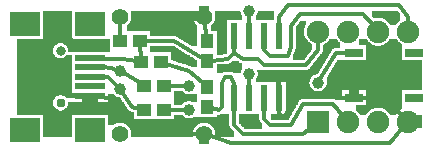
<source format=gtl>
G04 MADE WITH FRITZING*
G04 WWW.FRITZING.ORG*
G04 DOUBLE SIDED*
G04 HOLES PLATED*
G04 CONTOUR ON CENTER OF CONTOUR VECTOR*
%ASAXBY*%
%FSLAX23Y23*%
%MOIN*%
%OFA0B0*%
%SFA1.0B1.0*%
%ADD10C,0.075000*%
%ADD11C,0.039370*%
%ADD12C,0.055433*%
%ADD13C,0.031496*%
%ADD14C,0.031000*%
%ADD15R,0.043307X0.047244*%
%ADD16R,0.060000X0.030000*%
%ADD17R,0.075000X0.075000*%
%ADD18R,0.047244X0.043307*%
%ADD19R,0.098425X0.019685*%
%ADD20R,0.098425X0.078740*%
%ADD21R,0.024000X0.087000*%
%ADD22C,0.012000*%
%LNCOPPER1*%
G90*
G70*
G54D10*
X105Y241D03*
X1266Y272D03*
G54D11*
X614Y211D03*
X814Y251D03*
X814Y461D03*
X1044Y221D03*
X614Y131D03*
X384Y261D03*
X384Y201D03*
G54D10*
X1044Y91D03*
X1044Y391D03*
X1144Y91D03*
X1144Y391D03*
X1244Y91D03*
X1244Y391D03*
X1344Y91D03*
X1344Y391D03*
G54D12*
X384Y51D03*
X664Y51D03*
X384Y51D03*
X664Y51D03*
X384Y441D03*
X664Y441D03*
X384Y441D03*
X664Y441D03*
G54D13*
X186Y327D03*
G54D14*
X186Y154D03*
G54D13*
X186Y327D03*
G54D14*
X186Y154D03*
G54D15*
X674Y361D03*
X674Y294D03*
G54D16*
X1164Y321D03*
X1364Y321D03*
X1164Y171D03*
X1364Y171D03*
G54D17*
X1044Y91D03*
G54D15*
X674Y141D03*
X674Y208D03*
G54D18*
X464Y131D03*
X531Y131D03*
X464Y211D03*
X531Y211D03*
X454Y291D03*
X521Y291D03*
X384Y361D03*
X451Y361D03*
G54D19*
X284Y241D03*
X284Y272D03*
X284Y178D03*
X284Y209D03*
G54D20*
X68Y64D03*
X68Y418D03*
X284Y64D03*
X284Y418D03*
G54D19*
X284Y304D03*
G54D21*
X764Y171D03*
X814Y171D03*
X864Y171D03*
X914Y171D03*
X914Y377D03*
X864Y377D03*
X814Y377D03*
X764Y377D03*
G54D22*
X564Y361D02*
X469Y361D01*
D02*
X658Y304D02*
X564Y361D01*
D02*
X667Y418D02*
X672Y379D01*
D02*
X724Y221D02*
X724Y141D01*
D02*
X744Y301D02*
X690Y295D01*
D02*
X764Y321D02*
X744Y301D01*
D02*
X764Y339D02*
X764Y321D01*
D02*
X754Y241D02*
X734Y241D01*
D02*
X734Y241D02*
X724Y221D01*
D02*
X724Y141D02*
X714Y131D01*
D02*
X714Y131D02*
X690Y137D01*
D02*
X763Y216D02*
X754Y241D01*
D02*
X763Y209D02*
X763Y216D01*
D02*
X614Y261D02*
X539Y285D01*
D02*
X452Y345D02*
X454Y307D01*
D02*
X658Y222D02*
X614Y261D01*
D02*
X884Y81D02*
X864Y101D01*
D02*
X995Y51D02*
X1026Y76D01*
D02*
X794Y51D02*
X995Y51D01*
D02*
X1094Y150D02*
X994Y150D01*
D02*
X994Y150D02*
X954Y81D01*
D02*
X954Y81D02*
X884Y81D01*
D02*
X764Y131D02*
X764Y81D01*
D02*
X764Y81D02*
X794Y51D01*
D02*
X1129Y109D02*
X1094Y150D01*
D02*
X864Y101D02*
X864Y133D01*
D02*
X764Y133D02*
X764Y131D01*
D02*
X914Y121D02*
X914Y133D01*
D02*
X974Y181D02*
X934Y111D01*
D02*
X934Y111D02*
X924Y111D01*
D02*
X924Y111D02*
X914Y121D01*
D02*
X1094Y181D02*
X974Y181D01*
D02*
X1124Y171D02*
X1094Y181D01*
D02*
X1285Y21D02*
X1329Y73D01*
D02*
X754Y21D02*
X1285Y21D01*
D02*
X686Y43D02*
X754Y21D01*
D02*
X1140Y171D02*
X1124Y171D01*
D02*
X535Y210D02*
X601Y211D01*
D02*
X814Y209D02*
X814Y237D01*
D02*
X531Y211D02*
X535Y210D01*
D02*
X1189Y171D02*
X1274Y171D01*
D02*
X1274Y171D02*
X1329Y108D01*
D02*
X884Y311D02*
X865Y330D01*
D02*
X954Y341D02*
X944Y311D01*
D02*
X944Y311D02*
X884Y311D01*
D02*
X954Y411D02*
X954Y341D01*
D02*
X984Y451D02*
X954Y411D01*
D02*
X1195Y451D02*
X984Y451D01*
D02*
X915Y441D02*
X914Y415D01*
D02*
X1344Y441D02*
X1314Y481D01*
D02*
X1314Y481D02*
X944Y481D01*
D02*
X1344Y414D02*
X1344Y441D01*
D02*
X944Y481D02*
X915Y441D01*
D02*
X1230Y409D02*
X1195Y451D01*
D02*
X864Y330D02*
X864Y339D01*
D02*
X1044Y331D02*
X1005Y280D01*
D02*
X794Y301D02*
X764Y321D01*
D02*
X864Y280D02*
X844Y301D01*
D02*
X844Y301D02*
X794Y301D01*
D02*
X1005Y280D02*
X865Y280D01*
D02*
X1044Y368D02*
X1044Y331D01*
D02*
X764Y321D02*
X764Y339D01*
D02*
X384Y377D02*
X384Y418D01*
D02*
X535Y130D02*
X531Y131D01*
D02*
X601Y131D02*
X535Y130D01*
D02*
X1104Y321D02*
X1051Y232D01*
D02*
X1140Y321D02*
X1104Y321D01*
D02*
X814Y447D02*
X814Y415D01*
D02*
X275Y301D02*
X284Y304D01*
D02*
X394Y301D02*
X275Y301D01*
D02*
X436Y294D02*
X394Y301D01*
D02*
X446Y222D02*
X396Y254D01*
D02*
X354Y271D02*
X372Y265D01*
D02*
X328Y272D02*
X354Y271D01*
D02*
X344Y240D02*
X375Y210D01*
D02*
X328Y240D02*
X344Y240D01*
D02*
X446Y135D02*
X424Y141D01*
D02*
X424Y141D02*
X392Y190D01*
D02*
X455Y51D02*
X344Y170D01*
D02*
X344Y170D02*
X319Y174D01*
D02*
X641Y51D02*
X455Y51D01*
G36*
X126Y460D02*
X126Y368D01*
X40Y368D01*
X40Y354D01*
X186Y354D01*
X186Y352D01*
X194Y352D01*
X194Y350D01*
X198Y350D01*
X198Y348D01*
X202Y348D01*
X202Y346D01*
X204Y346D01*
X204Y344D01*
X206Y344D01*
X206Y340D01*
X208Y340D01*
X208Y338D01*
X210Y338D01*
X210Y332D01*
X212Y332D01*
X212Y324D01*
X350Y324D01*
X350Y368D01*
X226Y368D01*
X226Y370D01*
X224Y370D01*
X224Y460D01*
X126Y460D01*
G37*
D02*
G36*
X40Y354D02*
X40Y302D01*
X178Y302D01*
X178Y304D01*
X174Y304D01*
X174Y306D01*
X172Y306D01*
X172Y308D01*
X168Y308D01*
X168Y310D01*
X166Y310D01*
X166Y314D01*
X164Y314D01*
X164Y316D01*
X162Y316D01*
X162Y322D01*
X160Y322D01*
X160Y334D01*
X162Y334D01*
X162Y338D01*
X164Y338D01*
X164Y342D01*
X166Y342D01*
X166Y344D01*
X168Y344D01*
X168Y346D01*
X170Y346D01*
X170Y348D01*
X174Y348D01*
X174Y350D01*
X176Y350D01*
X176Y352D01*
X184Y352D01*
X184Y354D01*
X40Y354D01*
G37*
D02*
G36*
X204Y312D02*
X204Y310D01*
X202Y310D01*
X202Y308D01*
X200Y308D01*
X200Y306D01*
X198Y306D01*
X198Y304D01*
X194Y304D01*
X194Y302D01*
X224Y302D01*
X224Y312D01*
X204Y312D01*
G37*
D02*
G36*
X40Y302D02*
X40Y300D01*
X224Y300D01*
X224Y302D01*
X40Y302D01*
G37*
D02*
G36*
X40Y302D02*
X40Y300D01*
X224Y300D01*
X224Y302D01*
X40Y302D01*
G37*
D02*
G36*
X40Y300D02*
X40Y180D01*
X190Y180D01*
X190Y178D01*
X196Y178D01*
X196Y176D01*
X200Y176D01*
X200Y174D01*
X202Y174D01*
X202Y172D01*
X204Y172D01*
X204Y170D01*
X224Y170D01*
X224Y300D01*
X40Y300D01*
G37*
D02*
G36*
X344Y182D02*
X344Y158D01*
X210Y158D01*
X210Y156D01*
X212Y156D01*
X212Y152D01*
X210Y152D01*
X210Y144D01*
X208Y144D01*
X208Y142D01*
X206Y142D01*
X206Y138D01*
X204Y138D01*
X204Y136D01*
X202Y136D01*
X202Y134D01*
X198Y134D01*
X198Y132D01*
X196Y132D01*
X196Y130D01*
X190Y130D01*
X190Y128D01*
X414Y128D01*
X414Y130D01*
X412Y130D01*
X412Y132D01*
X410Y132D01*
X410Y134D01*
X408Y134D01*
X408Y138D01*
X406Y138D01*
X406Y140D01*
X404Y140D01*
X404Y144D01*
X402Y144D01*
X402Y146D01*
X400Y146D01*
X400Y150D01*
X398Y150D01*
X398Y152D01*
X396Y152D01*
X396Y156D01*
X394Y156D01*
X394Y158D01*
X392Y158D01*
X392Y162D01*
X390Y162D01*
X390Y164D01*
X388Y164D01*
X388Y168D01*
X386Y168D01*
X386Y170D01*
X384Y170D01*
X384Y172D01*
X376Y172D01*
X376Y174D01*
X372Y174D01*
X372Y176D01*
X368Y176D01*
X368Y178D01*
X366Y178D01*
X366Y180D01*
X364Y180D01*
X364Y182D01*
X344Y182D01*
G37*
D02*
G36*
X40Y180D02*
X40Y128D01*
X182Y128D01*
X182Y130D01*
X176Y130D01*
X176Y132D01*
X172Y132D01*
X172Y134D01*
X170Y134D01*
X170Y136D01*
X168Y136D01*
X168Y138D01*
X166Y138D01*
X166Y140D01*
X164Y140D01*
X164Y144D01*
X162Y144D01*
X162Y148D01*
X160Y148D01*
X160Y160D01*
X162Y160D01*
X162Y164D01*
X164Y164D01*
X164Y168D01*
X166Y168D01*
X166Y170D01*
X168Y170D01*
X168Y172D01*
X170Y172D01*
X170Y174D01*
X172Y174D01*
X172Y176D01*
X176Y176D01*
X176Y178D01*
X182Y178D01*
X182Y180D01*
X40Y180D01*
G37*
D02*
G36*
X40Y128D02*
X40Y126D01*
X416Y126D01*
X416Y128D01*
X40Y128D01*
G37*
D02*
G36*
X40Y128D02*
X40Y126D01*
X416Y126D01*
X416Y128D01*
X40Y128D01*
G37*
D02*
G36*
X40Y126D02*
X40Y112D01*
X344Y112D01*
X344Y100D01*
X430Y100D01*
X430Y122D01*
X428Y122D01*
X428Y124D01*
X420Y124D01*
X420Y126D01*
X40Y126D01*
G37*
D02*
G36*
X722Y118D02*
X722Y116D01*
X718Y116D01*
X718Y114D01*
X706Y114D01*
X706Y108D01*
X630Y108D01*
X630Y106D01*
X628Y106D01*
X628Y104D01*
X624Y104D01*
X624Y102D01*
X748Y102D01*
X748Y118D01*
X722Y118D01*
G37*
D02*
G36*
X564Y114D02*
X564Y102D01*
X606Y102D01*
X606Y104D01*
X602Y104D01*
X602Y106D01*
X598Y106D01*
X598Y108D01*
X596Y108D01*
X596Y110D01*
X594Y110D01*
X594Y112D01*
X592Y112D01*
X592Y114D01*
X564Y114D01*
G37*
D02*
G36*
X126Y112D02*
X126Y40D01*
X224Y40D01*
X224Y112D01*
X126Y112D01*
G37*
D02*
G36*
X564Y102D02*
X564Y100D01*
X748Y100D01*
X748Y102D01*
X564Y102D01*
G37*
D02*
G36*
X564Y102D02*
X564Y100D01*
X748Y100D01*
X748Y102D01*
X564Y102D01*
G37*
D02*
G36*
X344Y100D02*
X344Y98D01*
X748Y98D01*
X748Y100D01*
X344Y100D01*
G37*
D02*
G36*
X344Y100D02*
X344Y98D01*
X748Y98D01*
X748Y100D01*
X344Y100D01*
G37*
D02*
G36*
X344Y98D02*
X344Y88D01*
X672Y88D01*
X672Y86D01*
X678Y86D01*
X678Y84D01*
X682Y84D01*
X682Y82D01*
X684Y82D01*
X684Y80D01*
X688Y80D01*
X688Y78D01*
X690Y78D01*
X690Y76D01*
X692Y76D01*
X692Y74D01*
X694Y74D01*
X694Y70D01*
X696Y70D01*
X696Y68D01*
X698Y68D01*
X698Y64D01*
X700Y64D01*
X700Y58D01*
X702Y58D01*
X702Y40D01*
X764Y40D01*
X764Y60D01*
X762Y60D01*
X762Y62D01*
X760Y62D01*
X760Y64D01*
X758Y64D01*
X758Y66D01*
X756Y66D01*
X756Y68D01*
X754Y68D01*
X754Y70D01*
X752Y70D01*
X752Y72D01*
X750Y72D01*
X750Y76D01*
X748Y76D01*
X748Y98D01*
X344Y98D01*
G37*
D02*
G36*
X344Y88D02*
X344Y80D01*
X364Y80D01*
X364Y82D01*
X366Y82D01*
X366Y84D01*
X370Y84D01*
X370Y86D01*
X376Y86D01*
X376Y88D01*
X344Y88D01*
G37*
D02*
G36*
X392Y88D02*
X392Y86D01*
X398Y86D01*
X398Y84D01*
X402Y84D01*
X402Y82D01*
X404Y82D01*
X404Y80D01*
X408Y80D01*
X408Y78D01*
X410Y78D01*
X410Y76D01*
X412Y76D01*
X412Y74D01*
X414Y74D01*
X414Y70D01*
X416Y70D01*
X416Y68D01*
X418Y68D01*
X418Y64D01*
X420Y64D01*
X420Y58D01*
X422Y58D01*
X422Y40D01*
X626Y40D01*
X626Y54D01*
X628Y54D01*
X628Y62D01*
X630Y62D01*
X630Y66D01*
X632Y66D01*
X632Y70D01*
X634Y70D01*
X634Y72D01*
X636Y72D01*
X636Y76D01*
X638Y76D01*
X638Y78D01*
X642Y78D01*
X642Y80D01*
X644Y80D01*
X644Y82D01*
X646Y82D01*
X646Y84D01*
X650Y84D01*
X650Y86D01*
X656Y86D01*
X656Y88D01*
X392Y88D01*
G37*
D02*
G36*
X422Y460D02*
X422Y434D01*
X420Y434D01*
X420Y428D01*
X418Y428D01*
X418Y424D01*
X416Y424D01*
X416Y420D01*
X414Y420D01*
X414Y418D01*
X412Y418D01*
X412Y416D01*
X410Y416D01*
X410Y414D01*
X408Y414D01*
X408Y412D01*
X406Y412D01*
X406Y392D01*
X484Y392D01*
X484Y378D01*
X564Y378D01*
X564Y376D01*
X572Y376D01*
X572Y374D01*
X574Y374D01*
X574Y372D01*
X578Y372D01*
X578Y370D01*
X582Y370D01*
X582Y368D01*
X584Y368D01*
X584Y366D01*
X588Y366D01*
X588Y364D01*
X592Y364D01*
X592Y362D01*
X594Y362D01*
X594Y360D01*
X598Y360D01*
X598Y358D01*
X602Y358D01*
X602Y356D01*
X604Y356D01*
X604Y354D01*
X608Y354D01*
X608Y352D01*
X612Y352D01*
X612Y350D01*
X614Y350D01*
X614Y348D01*
X618Y348D01*
X618Y346D01*
X620Y346D01*
X620Y344D01*
X642Y344D01*
X642Y412D01*
X640Y412D01*
X640Y414D01*
X638Y414D01*
X638Y416D01*
X636Y416D01*
X636Y418D01*
X634Y418D01*
X634Y422D01*
X632Y422D01*
X632Y424D01*
X630Y424D01*
X630Y430D01*
X628Y430D01*
X628Y436D01*
X626Y436D01*
X626Y460D01*
X422Y460D01*
G37*
D02*
G36*
X484Y378D02*
X484Y376D01*
X540Y376D01*
X540Y378D01*
X484Y378D01*
G37*
D02*
G36*
X702Y460D02*
X702Y434D01*
X700Y434D01*
X700Y428D01*
X698Y428D01*
X698Y424D01*
X696Y424D01*
X696Y420D01*
X694Y420D01*
X694Y418D01*
X692Y418D01*
X692Y416D01*
X690Y416D01*
X690Y414D01*
X688Y414D01*
X688Y394D01*
X706Y394D01*
X706Y314D01*
X726Y314D01*
X726Y316D01*
X738Y316D01*
X738Y318D01*
X740Y318D01*
X740Y320D01*
X742Y320D01*
X742Y430D01*
X792Y430D01*
X792Y444D01*
X790Y444D01*
X790Y448D01*
X788Y448D01*
X788Y450D01*
X786Y450D01*
X786Y456D01*
X784Y456D01*
X784Y460D01*
X702Y460D01*
G37*
D02*
G36*
X844Y460D02*
X844Y454D01*
X842Y454D01*
X842Y450D01*
X840Y450D01*
X840Y446D01*
X838Y446D01*
X838Y444D01*
X836Y444D01*
X836Y430D01*
X898Y430D01*
X898Y460D01*
X844Y460D01*
G37*
D02*
G36*
X1224Y460D02*
X1224Y440D01*
X1226Y440D01*
X1226Y438D01*
X1254Y438D01*
X1254Y436D01*
X1260Y436D01*
X1260Y434D01*
X1264Y434D01*
X1264Y432D01*
X1266Y432D01*
X1266Y430D01*
X1270Y430D01*
X1270Y428D01*
X1272Y428D01*
X1272Y426D01*
X1274Y426D01*
X1274Y424D01*
X1276Y424D01*
X1276Y422D01*
X1278Y422D01*
X1278Y420D01*
X1280Y420D01*
X1280Y418D01*
X1282Y418D01*
X1282Y416D01*
X1284Y416D01*
X1284Y412D01*
X1304Y412D01*
X1304Y416D01*
X1306Y416D01*
X1306Y418D01*
X1308Y418D01*
X1308Y420D01*
X1310Y420D01*
X1310Y422D01*
X1312Y422D01*
X1312Y424D01*
X1314Y424D01*
X1314Y426D01*
X1316Y426D01*
X1316Y428D01*
X1318Y428D01*
X1318Y450D01*
X1316Y450D01*
X1316Y452D01*
X1314Y452D01*
X1314Y456D01*
X1312Y456D01*
X1312Y458D01*
X1310Y458D01*
X1310Y460D01*
X1224Y460D01*
G37*
D02*
G36*
X984Y426D02*
X984Y422D01*
X982Y422D01*
X982Y420D01*
X980Y420D01*
X980Y418D01*
X978Y418D01*
X978Y414D01*
X976Y414D01*
X976Y412D01*
X974Y412D01*
X974Y410D01*
X972Y410D01*
X972Y406D01*
X970Y406D01*
X970Y334D01*
X968Y334D01*
X968Y328D01*
X966Y328D01*
X966Y322D01*
X964Y322D01*
X964Y316D01*
X962Y316D01*
X962Y296D01*
X998Y296D01*
X998Y298D01*
X1000Y298D01*
X1000Y302D01*
X1002Y302D01*
X1002Y304D01*
X1004Y304D01*
X1004Y306D01*
X1006Y306D01*
X1006Y310D01*
X1008Y310D01*
X1008Y312D01*
X1010Y312D01*
X1010Y314D01*
X1012Y314D01*
X1012Y316D01*
X1014Y316D01*
X1014Y320D01*
X1016Y320D01*
X1016Y322D01*
X1018Y322D01*
X1018Y324D01*
X1020Y324D01*
X1020Y328D01*
X1022Y328D01*
X1022Y330D01*
X1024Y330D01*
X1024Y350D01*
X1020Y350D01*
X1020Y352D01*
X1018Y352D01*
X1018Y354D01*
X1016Y354D01*
X1016Y356D01*
X1014Y356D01*
X1014Y358D01*
X1010Y358D01*
X1010Y362D01*
X1008Y362D01*
X1008Y364D01*
X1006Y364D01*
X1006Y366D01*
X1004Y366D01*
X1004Y370D01*
X1002Y370D01*
X1002Y374D01*
X1000Y374D01*
X1000Y378D01*
X998Y378D01*
X998Y386D01*
X996Y386D01*
X996Y396D01*
X998Y396D01*
X998Y402D01*
X1000Y402D01*
X1000Y408D01*
X1002Y408D01*
X1002Y412D01*
X1004Y412D01*
X1004Y426D01*
X984Y426D01*
G37*
D02*
G36*
X1084Y368D02*
X1084Y366D01*
X1082Y366D01*
X1082Y364D01*
X1080Y364D01*
X1080Y360D01*
X1078Y360D01*
X1078Y358D01*
X1076Y358D01*
X1076Y356D01*
X1074Y356D01*
X1074Y354D01*
X1070Y354D01*
X1070Y352D01*
X1068Y352D01*
X1068Y350D01*
X1064Y350D01*
X1064Y348D01*
X1060Y348D01*
X1060Y324D01*
X1058Y324D01*
X1058Y322D01*
X1056Y322D01*
X1056Y318D01*
X1054Y318D01*
X1054Y316D01*
X1052Y316D01*
X1052Y314D01*
X1050Y314D01*
X1050Y310D01*
X1048Y310D01*
X1048Y308D01*
X1046Y308D01*
X1046Y306D01*
X1044Y306D01*
X1044Y304D01*
X1042Y304D01*
X1042Y300D01*
X1040Y300D01*
X1040Y298D01*
X1038Y298D01*
X1038Y296D01*
X1036Y296D01*
X1036Y292D01*
X1034Y292D01*
X1034Y290D01*
X1032Y290D01*
X1032Y288D01*
X1030Y288D01*
X1030Y286D01*
X1028Y286D01*
X1028Y282D01*
X1026Y282D01*
X1026Y280D01*
X1024Y280D01*
X1024Y278D01*
X1022Y278D01*
X1022Y276D01*
X1020Y276D01*
X1020Y272D01*
X1018Y272D01*
X1018Y270D01*
X1016Y270D01*
X1016Y268D01*
X1014Y268D01*
X1014Y266D01*
X1010Y266D01*
X1010Y264D01*
X842Y264D01*
X842Y256D01*
X844Y256D01*
X844Y244D01*
X842Y244D01*
X842Y240D01*
X840Y240D01*
X840Y236D01*
X838Y236D01*
X838Y234D01*
X836Y234D01*
X836Y224D01*
X936Y224D01*
X936Y192D01*
X1036Y192D01*
X1036Y194D01*
X1032Y194D01*
X1032Y196D01*
X1028Y196D01*
X1028Y198D01*
X1026Y198D01*
X1026Y200D01*
X1024Y200D01*
X1024Y202D01*
X1022Y202D01*
X1022Y204D01*
X1020Y204D01*
X1020Y208D01*
X1018Y208D01*
X1018Y210D01*
X1016Y210D01*
X1016Y216D01*
X1014Y216D01*
X1014Y224D01*
X1016Y224D01*
X1016Y230D01*
X1018Y230D01*
X1018Y234D01*
X1020Y234D01*
X1020Y238D01*
X1022Y238D01*
X1022Y240D01*
X1024Y240D01*
X1024Y242D01*
X1026Y242D01*
X1026Y244D01*
X1028Y244D01*
X1028Y246D01*
X1032Y246D01*
X1032Y248D01*
X1036Y248D01*
X1036Y250D01*
X1044Y250D01*
X1044Y254D01*
X1046Y254D01*
X1046Y256D01*
X1048Y256D01*
X1048Y260D01*
X1050Y260D01*
X1050Y264D01*
X1052Y264D01*
X1052Y266D01*
X1054Y266D01*
X1054Y270D01*
X1056Y270D01*
X1056Y274D01*
X1058Y274D01*
X1058Y276D01*
X1060Y276D01*
X1060Y280D01*
X1062Y280D01*
X1062Y284D01*
X1064Y284D01*
X1064Y286D01*
X1066Y286D01*
X1066Y290D01*
X1068Y290D01*
X1068Y294D01*
X1070Y294D01*
X1070Y296D01*
X1072Y296D01*
X1072Y300D01*
X1074Y300D01*
X1074Y304D01*
X1076Y304D01*
X1076Y306D01*
X1078Y306D01*
X1078Y310D01*
X1080Y310D01*
X1080Y314D01*
X1082Y314D01*
X1082Y316D01*
X1084Y316D01*
X1084Y320D01*
X1086Y320D01*
X1086Y324D01*
X1088Y324D01*
X1088Y326D01*
X1090Y326D01*
X1090Y330D01*
X1092Y330D01*
X1092Y332D01*
X1094Y332D01*
X1094Y334D01*
X1098Y334D01*
X1098Y336D01*
X1116Y336D01*
X1116Y356D01*
X1114Y356D01*
X1114Y358D01*
X1110Y358D01*
X1110Y362D01*
X1108Y362D01*
X1108Y364D01*
X1106Y364D01*
X1106Y366D01*
X1104Y366D01*
X1104Y368D01*
X1084Y368D01*
G37*
D02*
G36*
X1184Y368D02*
X1184Y366D01*
X1182Y366D01*
X1182Y346D01*
X1204Y346D01*
X1204Y344D01*
X1234Y344D01*
X1234Y346D01*
X1228Y346D01*
X1228Y348D01*
X1224Y348D01*
X1224Y350D01*
X1220Y350D01*
X1220Y352D01*
X1218Y352D01*
X1218Y354D01*
X1216Y354D01*
X1216Y356D01*
X1214Y356D01*
X1214Y358D01*
X1210Y358D01*
X1210Y362D01*
X1208Y362D01*
X1208Y364D01*
X1206Y364D01*
X1206Y366D01*
X1204Y366D01*
X1204Y368D01*
X1184Y368D01*
G37*
D02*
G36*
X1284Y368D02*
X1284Y366D01*
X1282Y366D01*
X1282Y364D01*
X1280Y364D01*
X1280Y360D01*
X1278Y360D01*
X1278Y358D01*
X1276Y358D01*
X1276Y356D01*
X1274Y356D01*
X1274Y354D01*
X1270Y354D01*
X1270Y352D01*
X1268Y352D01*
X1268Y350D01*
X1264Y350D01*
X1264Y348D01*
X1260Y348D01*
X1260Y346D01*
X1254Y346D01*
X1254Y344D01*
X1324Y344D01*
X1324Y350D01*
X1320Y350D01*
X1320Y352D01*
X1318Y352D01*
X1318Y354D01*
X1316Y354D01*
X1316Y356D01*
X1314Y356D01*
X1314Y358D01*
X1310Y358D01*
X1310Y362D01*
X1308Y362D01*
X1308Y364D01*
X1306Y364D01*
X1306Y366D01*
X1304Y366D01*
X1304Y368D01*
X1284Y368D01*
G37*
D02*
G36*
X1204Y344D02*
X1204Y342D01*
X1324Y342D01*
X1324Y344D01*
X1204Y344D01*
G37*
D02*
G36*
X1204Y344D02*
X1204Y342D01*
X1324Y342D01*
X1324Y344D01*
X1204Y344D01*
G37*
D02*
G36*
X1204Y342D02*
X1204Y296D01*
X1108Y296D01*
X1108Y294D01*
X1106Y294D01*
X1106Y290D01*
X1104Y290D01*
X1104Y288D01*
X1102Y288D01*
X1102Y284D01*
X1100Y284D01*
X1100Y280D01*
X1098Y280D01*
X1098Y278D01*
X1096Y278D01*
X1096Y274D01*
X1094Y274D01*
X1094Y270D01*
X1092Y270D01*
X1092Y268D01*
X1090Y268D01*
X1090Y264D01*
X1088Y264D01*
X1088Y260D01*
X1086Y260D01*
X1086Y258D01*
X1084Y258D01*
X1084Y254D01*
X1082Y254D01*
X1082Y250D01*
X1080Y250D01*
X1080Y248D01*
X1078Y248D01*
X1078Y244D01*
X1076Y244D01*
X1076Y240D01*
X1074Y240D01*
X1074Y214D01*
X1072Y214D01*
X1072Y210D01*
X1070Y210D01*
X1070Y206D01*
X1068Y206D01*
X1068Y204D01*
X1066Y204D01*
X1066Y202D01*
X1064Y202D01*
X1064Y200D01*
X1062Y200D01*
X1062Y198D01*
X1060Y198D01*
X1060Y196D01*
X1204Y196D01*
X1204Y146D01*
X1172Y146D01*
X1172Y138D01*
X1254Y138D01*
X1254Y136D01*
X1260Y136D01*
X1260Y134D01*
X1264Y134D01*
X1264Y132D01*
X1266Y132D01*
X1266Y130D01*
X1270Y130D01*
X1270Y128D01*
X1272Y128D01*
X1272Y126D01*
X1274Y126D01*
X1274Y124D01*
X1276Y124D01*
X1276Y122D01*
X1278Y122D01*
X1278Y120D01*
X1280Y120D01*
X1280Y118D01*
X1282Y118D01*
X1282Y116D01*
X1284Y116D01*
X1284Y112D01*
X1304Y112D01*
X1304Y116D01*
X1306Y116D01*
X1306Y118D01*
X1308Y118D01*
X1308Y120D01*
X1310Y120D01*
X1310Y122D01*
X1312Y122D01*
X1312Y124D01*
X1314Y124D01*
X1314Y126D01*
X1316Y126D01*
X1316Y128D01*
X1318Y128D01*
X1318Y130D01*
X1322Y130D01*
X1322Y132D01*
X1324Y132D01*
X1324Y196D01*
X1392Y196D01*
X1392Y296D01*
X1324Y296D01*
X1324Y342D01*
X1204Y342D01*
G37*
D02*
G36*
X1058Y196D02*
X1058Y194D01*
X1054Y194D01*
X1054Y192D01*
X1124Y192D01*
X1124Y196D01*
X1058Y196D01*
G37*
D02*
G36*
X936Y192D02*
X936Y190D01*
X1124Y190D01*
X1124Y192D01*
X936Y192D01*
G37*
D02*
G36*
X936Y192D02*
X936Y190D01*
X1124Y190D01*
X1124Y192D01*
X936Y192D01*
G37*
D02*
G36*
X936Y190D02*
X936Y166D01*
X1100Y166D01*
X1100Y164D01*
X1104Y164D01*
X1104Y162D01*
X1124Y162D01*
X1124Y190D01*
X936Y190D01*
G37*
D02*
G36*
X936Y166D02*
X936Y118D01*
X886Y118D01*
X886Y100D01*
X888Y100D01*
X888Y98D01*
X890Y98D01*
X890Y96D01*
X946Y96D01*
X946Y100D01*
X948Y100D01*
X948Y104D01*
X950Y104D01*
X950Y108D01*
X952Y108D01*
X952Y110D01*
X954Y110D01*
X954Y114D01*
X956Y114D01*
X956Y118D01*
X958Y118D01*
X958Y122D01*
X960Y122D01*
X960Y124D01*
X962Y124D01*
X962Y128D01*
X964Y128D01*
X964Y132D01*
X966Y132D01*
X966Y136D01*
X968Y136D01*
X968Y138D01*
X970Y138D01*
X970Y142D01*
X972Y142D01*
X972Y146D01*
X974Y146D01*
X974Y148D01*
X976Y148D01*
X976Y152D01*
X978Y152D01*
X978Y156D01*
X980Y156D01*
X980Y160D01*
X982Y160D01*
X982Y162D01*
X984Y162D01*
X984Y164D01*
X988Y164D01*
X988Y166D01*
X936Y166D01*
G37*
D02*
G36*
X1172Y138D02*
X1172Y126D01*
X1174Y126D01*
X1174Y124D01*
X1176Y124D01*
X1176Y122D01*
X1178Y122D01*
X1178Y120D01*
X1180Y120D01*
X1180Y118D01*
X1182Y118D01*
X1182Y116D01*
X1184Y116D01*
X1184Y112D01*
X1204Y112D01*
X1204Y116D01*
X1206Y116D01*
X1206Y118D01*
X1208Y118D01*
X1208Y120D01*
X1210Y120D01*
X1210Y122D01*
X1212Y122D01*
X1212Y124D01*
X1214Y124D01*
X1214Y126D01*
X1216Y126D01*
X1216Y128D01*
X1218Y128D01*
X1218Y130D01*
X1222Y130D01*
X1222Y132D01*
X1224Y132D01*
X1224Y134D01*
X1230Y134D01*
X1230Y136D01*
X1236Y136D01*
X1236Y138D01*
X1172Y138D01*
G37*
D02*
G36*
X484Y344D02*
X484Y322D01*
X554Y322D01*
X554Y296D01*
X560Y296D01*
X560Y294D01*
X566Y294D01*
X566Y292D01*
X572Y292D01*
X572Y290D01*
X578Y290D01*
X578Y288D01*
X584Y288D01*
X584Y286D01*
X592Y286D01*
X592Y284D01*
X598Y284D01*
X598Y282D01*
X604Y282D01*
X604Y280D01*
X610Y280D01*
X610Y278D01*
X616Y278D01*
X616Y276D01*
X622Y276D01*
X622Y274D01*
X642Y274D01*
X642Y296D01*
X638Y296D01*
X638Y298D01*
X634Y298D01*
X634Y300D01*
X632Y300D01*
X632Y302D01*
X628Y302D01*
X628Y304D01*
X626Y304D01*
X626Y306D01*
X622Y306D01*
X622Y308D01*
X618Y308D01*
X618Y310D01*
X616Y310D01*
X616Y312D01*
X612Y312D01*
X612Y314D01*
X608Y314D01*
X608Y316D01*
X606Y316D01*
X606Y318D01*
X602Y318D01*
X602Y320D01*
X598Y320D01*
X598Y322D01*
X596Y322D01*
X596Y324D01*
X592Y324D01*
X592Y326D01*
X588Y326D01*
X588Y328D01*
X586Y328D01*
X586Y330D01*
X582Y330D01*
X582Y332D01*
X580Y332D01*
X580Y334D01*
X576Y334D01*
X576Y336D01*
X572Y336D01*
X572Y338D01*
X570Y338D01*
X570Y340D01*
X566Y340D01*
X566Y342D01*
X562Y342D01*
X562Y344D01*
X484Y344D01*
G37*
D02*
G36*
X756Y292D02*
X756Y290D01*
X754Y290D01*
X754Y288D01*
X752Y288D01*
X752Y286D01*
X746Y286D01*
X746Y284D01*
X728Y284D01*
X728Y282D01*
X708Y282D01*
X708Y280D01*
X706Y280D01*
X706Y256D01*
X760Y256D01*
X760Y254D01*
X764Y254D01*
X764Y252D01*
X784Y252D01*
X784Y254D01*
X786Y254D01*
X786Y260D01*
X788Y260D01*
X788Y264D01*
X790Y264D01*
X790Y286D01*
X786Y286D01*
X786Y288D01*
X782Y288D01*
X782Y290D01*
X780Y290D01*
X780Y292D01*
X756Y292D01*
G37*
D02*
G36*
X706Y256D02*
X706Y254D01*
X728Y254D01*
X728Y256D01*
X706Y256D01*
G37*
D02*
G36*
X564Y194D02*
X564Y160D01*
X622Y160D01*
X622Y158D01*
X642Y158D01*
X642Y182D01*
X606Y182D01*
X606Y184D01*
X602Y184D01*
X602Y186D01*
X598Y186D01*
X598Y188D01*
X596Y188D01*
X596Y190D01*
X594Y190D01*
X594Y192D01*
X592Y192D01*
X592Y194D01*
X564Y194D01*
G37*
D02*
G36*
X564Y160D02*
X564Y146D01*
X590Y146D01*
X590Y148D01*
X592Y148D01*
X592Y150D01*
X594Y150D01*
X594Y152D01*
X596Y152D01*
X596Y154D01*
X598Y154D01*
X598Y156D01*
X602Y156D01*
X602Y158D01*
X606Y158D01*
X606Y160D01*
X564Y160D01*
G37*
D02*
G36*
X780Y118D02*
X780Y86D01*
X782Y86D01*
X782Y84D01*
X784Y84D01*
X784Y82D01*
X786Y82D01*
X786Y80D01*
X788Y80D01*
X788Y78D01*
X790Y78D01*
X790Y76D01*
X792Y76D01*
X792Y74D01*
X794Y74D01*
X794Y72D01*
X796Y72D01*
X796Y70D01*
X798Y70D01*
X798Y68D01*
X800Y68D01*
X800Y66D01*
X858Y66D01*
X858Y86D01*
X856Y86D01*
X856Y88D01*
X854Y88D01*
X854Y90D01*
X852Y90D01*
X852Y92D01*
X850Y92D01*
X850Y96D01*
X848Y96D01*
X848Y118D01*
X780Y118D01*
G37*
D02*
G36*
X905Y228D02*
X922Y228D01*
X922Y174D01*
X905Y174D01*
X905Y228D01*
G37*
D02*
G36*
X647Y476D02*
X680Y476D01*
X680Y460D01*
X647Y460D01*
X647Y476D01*
G37*
D02*
G36*
X622Y459D02*
X646Y459D01*
X646Y426D01*
X622Y426D01*
X622Y459D01*
G37*
D02*
G36*
X1146Y200D02*
X1181Y200D01*
X1181Y174D01*
X1146Y174D01*
X1146Y200D01*
G37*
D02*
G36*
X1360Y114D02*
X1392Y114D01*
X1392Y71D01*
X1360Y71D01*
X1360Y114D01*
G37*
D02*
G36*
X647Y36D02*
X680Y36D01*
X680Y18D01*
X647Y18D01*
X647Y36D01*
G37*
D02*
G36*
X256Y178D02*
X311Y178D01*
X311Y158D01*
X256Y158D01*
X256Y178D01*
G37*
D02*
G36*
X220Y186D02*
X282Y186D01*
X282Y171D01*
X220Y171D01*
X220Y186D01*
G37*
D02*
G04 End of Copper1*
M02*
</source>
